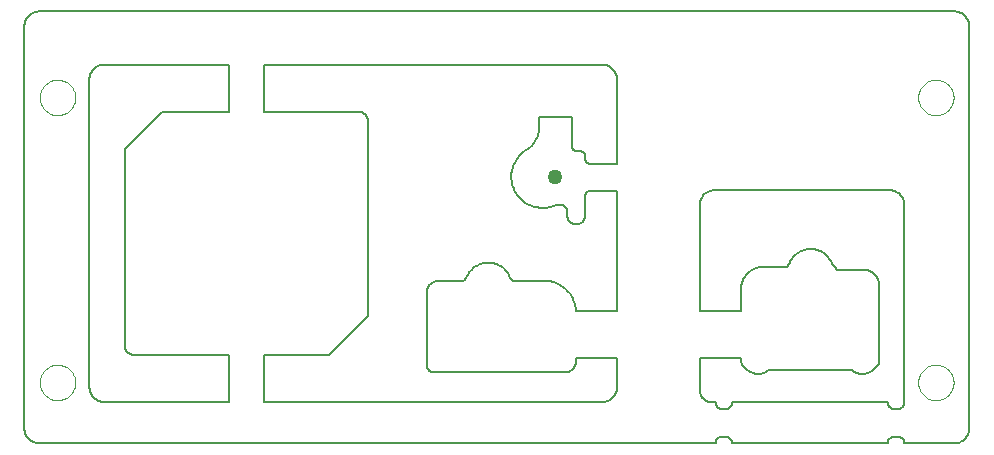
<source format=gbp>
G75*
G70*
%OFA0B0*%
%FSLAX24Y24*%
%IPPOS*%
%LPD*%
%AMOC8*
5,1,8,0,0,1.08239X$1,22.5*
%
%ADD10C,0.0050*%
%ADD11C,0.0000*%
%ADD12C,0.0500*%
D10*
X001034Y000534D02*
X023572Y000534D01*
X023572Y000562D01*
X023576Y000590D01*
X023583Y000617D01*
X023594Y000643D01*
X023608Y000667D01*
X023625Y000689D01*
X023645Y000709D01*
X023667Y000726D01*
X023691Y000740D01*
X023717Y000751D01*
X023744Y000758D01*
X023772Y000762D01*
X023922Y000762D01*
X023950Y000758D01*
X023977Y000751D01*
X024003Y000740D01*
X024027Y000726D01*
X024049Y000709D01*
X024069Y000689D01*
X024086Y000667D01*
X024100Y000643D01*
X024111Y000617D01*
X024118Y000590D01*
X024122Y000562D01*
X024122Y000534D01*
X029309Y000534D01*
X029309Y000562D01*
X029313Y000590D01*
X029320Y000617D01*
X029331Y000643D01*
X029345Y000667D01*
X029362Y000689D01*
X029382Y000709D01*
X029404Y000726D01*
X029428Y000740D01*
X029454Y000751D01*
X029481Y000758D01*
X029509Y000762D01*
X029659Y000762D01*
X029688Y000758D01*
X029715Y000751D01*
X029741Y000741D01*
X029766Y000727D01*
X029789Y000710D01*
X029809Y000690D01*
X029827Y000668D01*
X029841Y000643D01*
X029853Y000617D01*
X029860Y000590D01*
X029864Y000562D01*
X029865Y000534D01*
X029864Y000534D02*
X031519Y000534D01*
X031518Y000533D02*
X031563Y000534D01*
X031606Y000540D01*
X031650Y000549D01*
X031692Y000562D01*
X031733Y000578D01*
X031772Y000598D01*
X031810Y000621D01*
X031845Y000648D01*
X031878Y000677D01*
X031908Y000710D01*
X031935Y000744D01*
X031959Y000781D01*
X031980Y000820D01*
X031998Y000861D01*
X032011Y000903D01*
X032021Y000946D01*
X032028Y000989D01*
X032030Y001033D01*
X032030Y001034D02*
X032030Y014435D01*
X032027Y014478D01*
X032021Y014522D01*
X032011Y014565D01*
X031997Y014607D01*
X031980Y014647D01*
X031959Y014686D01*
X031935Y014723D01*
X031908Y014758D01*
X031877Y014790D01*
X031845Y014819D01*
X031809Y014845D01*
X031772Y014869D01*
X031733Y014888D01*
X031692Y014905D01*
X031649Y014917D01*
X031606Y014926D01*
X031563Y014932D01*
X031518Y014933D01*
X031519Y014933D02*
X001034Y014933D01*
X000990Y014931D01*
X000947Y014926D01*
X000905Y014916D01*
X000863Y014903D01*
X000823Y014887D01*
X000784Y014867D01*
X000748Y014843D01*
X000713Y014817D01*
X000681Y014788D01*
X000651Y014756D01*
X000625Y014721D01*
X000601Y014684D01*
X000581Y014646D01*
X000564Y014606D01*
X000551Y014564D01*
X000542Y014522D01*
X000536Y014478D01*
X000534Y014435D01*
X000534Y001034D01*
X000536Y000990D01*
X000542Y000947D01*
X000551Y000905D01*
X000564Y000863D01*
X000581Y000823D01*
X000601Y000784D01*
X000624Y000747D01*
X000651Y000713D01*
X000680Y000680D01*
X000713Y000651D01*
X000747Y000624D01*
X000784Y000601D01*
X000823Y000581D01*
X000863Y000564D01*
X000905Y000551D01*
X000947Y000542D01*
X000990Y000536D01*
X001034Y000534D01*
X003249Y001912D02*
X007340Y001912D01*
X007340Y003486D01*
X004184Y003486D01*
X004150Y003488D01*
X004117Y003493D01*
X004084Y003502D01*
X004053Y003515D01*
X004023Y003531D01*
X003995Y003551D01*
X003970Y003573D01*
X003947Y003598D01*
X003927Y003626D01*
X003911Y003655D01*
X003898Y003687D01*
X003888Y003719D01*
X003882Y003752D01*
X003880Y003786D01*
X003880Y010336D01*
X005130Y011586D01*
X007340Y011586D01*
X007340Y013161D01*
X003175Y013161D01*
X003130Y013155D01*
X003086Y013146D01*
X003043Y013134D01*
X003002Y013117D01*
X002962Y013097D01*
X002923Y013073D01*
X002887Y013047D01*
X002854Y013017D01*
X002823Y012984D01*
X002795Y012949D01*
X002771Y012912D01*
X002749Y012872D01*
X002732Y012831D01*
X002718Y012788D01*
X002707Y012745D01*
X002701Y012700D01*
X002698Y012656D01*
X002699Y012611D01*
X002699Y002387D01*
X002704Y002345D01*
X002712Y002303D01*
X002724Y002262D01*
X002739Y002222D01*
X002757Y002184D01*
X002779Y002147D01*
X002803Y002112D01*
X002830Y002080D01*
X002860Y002049D01*
X002892Y002022D01*
X002926Y001997D01*
X002963Y001974D01*
X003001Y001955D01*
X003040Y001940D01*
X003081Y001927D01*
X003122Y001918D01*
X003164Y001912D01*
X003207Y001910D01*
X003249Y001911D01*
X008521Y001912D02*
X008521Y003486D01*
X010680Y003486D01*
X011980Y004786D01*
X011980Y011286D01*
X011978Y011320D01*
X011972Y011353D01*
X011963Y011385D01*
X011950Y011416D01*
X011934Y011446D01*
X011915Y011473D01*
X011892Y011498D01*
X011867Y011521D01*
X011840Y011540D01*
X011810Y011556D01*
X011779Y011569D01*
X011747Y011578D01*
X011714Y011584D01*
X011680Y011586D01*
X008521Y011586D01*
X008521Y013161D01*
X019741Y013161D01*
X020291Y012686D02*
X020291Y009857D01*
X019373Y009857D01*
X019350Y009861D01*
X019328Y009868D01*
X019307Y009878D01*
X019288Y009891D01*
X019271Y009907D01*
X019257Y009925D01*
X019245Y009945D01*
X019236Y009966D01*
X019230Y009988D01*
X019227Y010011D01*
X019228Y010034D01*
X019228Y010097D01*
X019228Y010120D01*
X019224Y010143D01*
X019218Y010165D01*
X019208Y010186D01*
X019196Y010205D01*
X019181Y010222D01*
X019163Y010237D01*
X019144Y010250D01*
X019123Y010259D01*
X019101Y010265D01*
X019078Y010269D01*
X018938Y010269D01*
X018938Y010270D02*
X018915Y010273D01*
X018893Y010280D01*
X018872Y010290D01*
X018852Y010303D01*
X018835Y010319D01*
X018819Y010336D01*
X018807Y010356D01*
X018798Y010378D01*
X018791Y010400D01*
X018788Y010423D01*
X018789Y010447D01*
X018788Y010447D02*
X018788Y011397D01*
X017688Y011397D01*
X017688Y010897D01*
X017688Y010896D02*
X017670Y010836D01*
X017648Y010777D01*
X017622Y010720D01*
X017593Y010664D01*
X017561Y010611D01*
X017525Y010559D01*
X017487Y010509D01*
X017446Y010462D01*
X017401Y010417D01*
X017355Y010376D01*
X017305Y010337D01*
X017254Y010301D01*
X017200Y010268D01*
X017200Y010269D02*
X017150Y010231D01*
X017102Y010190D01*
X017057Y010146D01*
X017015Y010100D01*
X016975Y010051D01*
X016939Y009999D01*
X016906Y009946D01*
X016876Y009891D01*
X016849Y009834D01*
X016826Y009775D01*
X016807Y009715D01*
X016791Y009654D01*
X016779Y009593D01*
X016770Y009530D01*
X016766Y009467D01*
X016765Y009405D01*
X016768Y009342D01*
X016775Y009279D01*
X016786Y009217D01*
X016800Y009156D01*
X016818Y009096D01*
X016840Y009037D01*
X016865Y008979D01*
X016894Y008923D01*
X016926Y008869D01*
X016961Y008817D01*
X016999Y008767D01*
X017040Y008719D01*
X017085Y008674D01*
X017131Y008632D01*
X017180Y008593D01*
X017232Y008557D01*
X017285Y008524D01*
X017341Y008494D01*
X017398Y008468D01*
X017456Y008445D01*
X017516Y008426D01*
X017577Y008410D01*
X017639Y008398D01*
X017701Y008390D01*
X017764Y008386D01*
X017827Y008385D01*
X017890Y008389D01*
X017952Y008396D01*
X018014Y008407D01*
X018076Y008421D01*
X018136Y008439D01*
X018195Y008461D01*
X018252Y008487D01*
X018253Y008486D02*
X018473Y008486D01*
X018623Y008336D01*
X018623Y008137D01*
X018622Y008137D02*
X018624Y008103D01*
X018630Y008070D01*
X018639Y008037D01*
X018652Y008006D01*
X018668Y007976D01*
X018688Y007948D01*
X018711Y007923D01*
X018736Y007900D01*
X018764Y007880D01*
X018794Y007864D01*
X018825Y007851D01*
X018858Y007842D01*
X018891Y007836D01*
X018925Y007834D01*
X018959Y007836D01*
X018992Y007842D01*
X019025Y007851D01*
X019056Y007864D01*
X019086Y007880D01*
X019114Y007900D01*
X019139Y007923D01*
X019162Y007948D01*
X019182Y007976D01*
X019198Y008006D01*
X019211Y008037D01*
X019220Y008070D01*
X019226Y008103D01*
X019228Y008137D01*
X019228Y008808D01*
X019231Y008831D01*
X019238Y008853D01*
X019248Y008874D01*
X019261Y008894D01*
X019276Y008911D01*
X019294Y008926D01*
X019314Y008938D01*
X019335Y008948D01*
X019358Y008954D01*
X019381Y008957D01*
X019404Y008956D01*
X019404Y008957D02*
X020291Y008957D01*
X020291Y004942D01*
X018913Y004942D01*
X018913Y004998D01*
X018905Y005061D01*
X018893Y005124D01*
X018877Y005187D01*
X018858Y005248D01*
X018835Y005308D01*
X018808Y005366D01*
X018778Y005423D01*
X018744Y005478D01*
X018707Y005531D01*
X018667Y005581D01*
X018624Y005629D01*
X018579Y005674D01*
X018530Y005716D01*
X018480Y005756D01*
X018426Y005792D01*
X018371Y005825D01*
X018314Y005854D01*
X018255Y005880D01*
X018195Y005903D01*
X018134Y005922D01*
X018071Y005937D01*
X018008Y005948D01*
X017944Y005955D01*
X017880Y005959D01*
X017816Y005958D01*
X017751Y005954D01*
X017751Y005955D02*
X016819Y005955D01*
X016795Y005970D01*
X016772Y005988D01*
X016752Y006008D01*
X016734Y006031D01*
X016719Y006055D01*
X016699Y006105D01*
X016676Y006153D01*
X016649Y006200D01*
X016619Y006245D01*
X016585Y006287D01*
X016549Y006327D01*
X016511Y006365D01*
X016469Y006399D01*
X016426Y006431D01*
X016380Y006460D01*
X016332Y006485D01*
X016283Y006507D01*
X016233Y006525D01*
X016181Y006540D01*
X016128Y006551D01*
X016075Y006559D01*
X016021Y006563D01*
X015967Y006563D01*
X015913Y006559D01*
X015860Y006551D01*
X015807Y006540D01*
X015755Y006525D01*
X015705Y006507D01*
X015656Y006485D01*
X015608Y006460D01*
X015562Y006431D01*
X015519Y006399D01*
X015477Y006365D01*
X015439Y006327D01*
X015403Y006287D01*
X015369Y006245D01*
X015339Y006200D01*
X015312Y006153D01*
X015289Y006105D01*
X015269Y006055D01*
X015169Y005955D02*
X014319Y005955D01*
X014319Y005954D02*
X014281Y005950D01*
X014244Y005943D01*
X014208Y005933D01*
X014173Y005919D01*
X014139Y005901D01*
X014108Y005881D01*
X014078Y005857D01*
X014051Y005830D01*
X014027Y005802D01*
X014006Y005770D01*
X013988Y005737D01*
X013973Y005702D01*
X013962Y005666D01*
X013954Y005629D01*
X013950Y005592D01*
X013949Y005554D01*
X013949Y005555D02*
X013949Y003149D01*
X013951Y003119D01*
X013956Y003089D01*
X013965Y003060D01*
X013978Y003033D01*
X013993Y003007D01*
X014012Y002983D01*
X014033Y002962D01*
X014057Y002943D01*
X014083Y002928D01*
X014110Y002915D01*
X014139Y002906D01*
X014169Y002901D01*
X014199Y002899D01*
X018559Y002899D01*
X018913Y003247D02*
X018913Y003367D01*
X020291Y003367D01*
X020291Y002462D01*
X020291Y002461D02*
X020292Y002419D01*
X020290Y002376D01*
X020284Y002334D01*
X020275Y002293D01*
X020262Y002252D01*
X020247Y002213D01*
X020228Y002175D01*
X020205Y002138D01*
X020180Y002104D01*
X020153Y002072D01*
X020122Y002042D01*
X020090Y002015D01*
X020055Y001991D01*
X020018Y001969D01*
X019980Y001951D01*
X019940Y001936D01*
X019899Y001924D01*
X019857Y001916D01*
X019815Y001911D01*
X019815Y001912D02*
X008521Y001912D01*
X015168Y005955D02*
X015192Y005970D01*
X015215Y005988D01*
X015235Y006008D01*
X015253Y006031D01*
X015268Y006055D01*
X018559Y002899D02*
X018596Y002901D01*
X018632Y002906D01*
X018668Y002915D01*
X018702Y002928D01*
X018735Y002945D01*
X018766Y002964D01*
X018795Y002987D01*
X018821Y003013D01*
X018844Y003041D01*
X018865Y003072D01*
X018882Y003105D01*
X018895Y003139D01*
X018905Y003174D01*
X018911Y003211D01*
X018913Y003247D01*
X023047Y003367D02*
X023047Y002275D01*
X023046Y002275D02*
X023051Y002237D01*
X023060Y002199D01*
X023072Y002162D01*
X023088Y002127D01*
X023107Y002093D01*
X023130Y002061D01*
X023155Y002032D01*
X023184Y002005D01*
X023214Y001981D01*
X023247Y001961D01*
X023282Y001943D01*
X023318Y001929D01*
X023356Y001919D01*
X023394Y001913D01*
X023433Y001910D01*
X023472Y001911D01*
X023472Y001912D02*
X023572Y001912D01*
X023572Y001884D01*
X023576Y001856D01*
X023583Y001829D01*
X023594Y001803D01*
X023608Y001779D01*
X023625Y001757D01*
X023645Y001737D01*
X023667Y001720D01*
X023691Y001706D01*
X023717Y001695D01*
X023744Y001688D01*
X023772Y001684D01*
X023922Y001684D01*
X023950Y001688D01*
X023977Y001695D01*
X024003Y001706D01*
X024027Y001720D01*
X024049Y001737D01*
X024069Y001757D01*
X024086Y001779D01*
X024100Y001803D01*
X024111Y001829D01*
X024118Y001856D01*
X024122Y001884D01*
X024122Y001912D01*
X029309Y001912D01*
X029309Y001884D01*
X029313Y001856D01*
X029320Y001829D01*
X029331Y001803D01*
X029345Y001779D01*
X029362Y001757D01*
X029382Y001737D01*
X029404Y001720D01*
X029428Y001706D01*
X029454Y001695D01*
X029481Y001688D01*
X029509Y001684D01*
X029659Y001684D01*
X029659Y001683D02*
X029688Y001687D01*
X029715Y001694D01*
X029741Y001704D01*
X029766Y001718D01*
X029789Y001735D01*
X029809Y001755D01*
X029827Y001777D01*
X029841Y001802D01*
X029853Y001828D01*
X029860Y001855D01*
X029864Y001883D01*
X029865Y001911D01*
X029864Y001912D02*
X029864Y008502D01*
X029865Y008502D02*
X029860Y008544D01*
X029852Y008586D01*
X029840Y008627D01*
X029825Y008667D01*
X029807Y008705D01*
X029785Y008742D01*
X029761Y008777D01*
X029734Y008809D01*
X029704Y008840D01*
X029672Y008867D01*
X029638Y008892D01*
X029601Y008915D01*
X029563Y008934D01*
X029524Y008949D01*
X029483Y008962D01*
X029442Y008971D01*
X029400Y008977D01*
X029357Y008979D01*
X029315Y008978D01*
X029314Y008977D02*
X023522Y008977D01*
X023522Y008978D02*
X023477Y008972D01*
X023433Y008963D01*
X023390Y008951D01*
X023349Y008934D01*
X023309Y008914D01*
X023270Y008890D01*
X023234Y008864D01*
X023201Y008834D01*
X023170Y008801D01*
X023142Y008766D01*
X023118Y008729D01*
X023096Y008689D01*
X023079Y008648D01*
X023065Y008605D01*
X023054Y008562D01*
X023048Y008517D01*
X023045Y008473D01*
X023046Y008428D01*
X023047Y008427D02*
X023047Y004942D01*
X024425Y004942D01*
X024425Y005745D01*
X024431Y005797D01*
X024441Y005849D01*
X024454Y005900D01*
X024471Y005950D01*
X024492Y005998D01*
X024516Y006045D01*
X024544Y006090D01*
X024575Y006132D01*
X024609Y006173D01*
X024646Y006210D01*
X024685Y006245D01*
X024727Y006277D01*
X024771Y006306D01*
X024817Y006331D01*
X024865Y006353D01*
X024915Y006372D01*
X024965Y006386D01*
X025017Y006397D01*
X025069Y006404D01*
X025069Y006405D02*
X025919Y006405D01*
X025942Y006420D01*
X025965Y006438D01*
X025985Y006458D01*
X026003Y006481D01*
X026018Y006505D01*
X026019Y006505D02*
X026039Y006555D01*
X026062Y006603D01*
X026089Y006650D01*
X026119Y006695D01*
X026153Y006737D01*
X026189Y006777D01*
X026227Y006815D01*
X026269Y006849D01*
X026312Y006881D01*
X026358Y006910D01*
X026406Y006935D01*
X026455Y006957D01*
X026505Y006975D01*
X026557Y006990D01*
X026610Y007001D01*
X026663Y007009D01*
X026717Y007013D01*
X026771Y007013D01*
X026825Y007009D01*
X026878Y007001D01*
X026931Y006990D01*
X026983Y006975D01*
X027033Y006957D01*
X027082Y006935D01*
X027130Y006910D01*
X027176Y006881D01*
X027219Y006849D01*
X027261Y006815D01*
X027299Y006777D01*
X027335Y006737D01*
X027369Y006695D01*
X027399Y006650D01*
X027426Y006603D01*
X027449Y006555D01*
X027469Y006505D01*
X027491Y006470D01*
X027515Y006438D01*
X027542Y006407D01*
X027571Y006378D01*
X027602Y006351D01*
X027634Y006327D01*
X027669Y006305D01*
X028601Y006305D01*
X028601Y006304D02*
X028643Y006297D01*
X028684Y006286D01*
X028724Y006272D01*
X028762Y006254D01*
X028799Y006233D01*
X028834Y006208D01*
X028866Y006181D01*
X028896Y006151D01*
X028924Y006119D01*
X028948Y006084D01*
X028969Y006048D01*
X028988Y006009D01*
X029002Y005969D01*
X029013Y005928D01*
X029021Y005887D01*
X029024Y005845D01*
X029025Y005845D02*
X029025Y003231D01*
X029024Y003231D02*
X029004Y003187D01*
X028980Y003145D01*
X028953Y003105D01*
X028923Y003067D01*
X028890Y003032D01*
X028854Y002999D01*
X028816Y002969D01*
X028776Y002942D01*
X028733Y002919D01*
X028689Y002899D01*
X028644Y002882D01*
X028597Y002869D01*
X028550Y002860D01*
X028502Y002855D01*
X028453Y002853D01*
X028405Y002855D01*
X028357Y002861D01*
X028310Y002871D01*
X028263Y002884D01*
X028218Y002901D01*
X028121Y002995D02*
X025331Y002995D01*
X025330Y002995D02*
X025316Y002971D01*
X025299Y002949D01*
X025278Y002930D01*
X025255Y002914D01*
X025231Y002901D01*
X024425Y003231D02*
X024425Y003367D01*
X023047Y003367D01*
X024425Y003231D02*
X024445Y003187D01*
X024469Y003145D01*
X024496Y003105D01*
X024526Y003067D01*
X024559Y003032D01*
X024595Y002999D01*
X024633Y002969D01*
X024673Y002942D01*
X024716Y002919D01*
X024760Y002899D01*
X024805Y002882D01*
X024852Y002869D01*
X024899Y002860D01*
X024947Y002855D01*
X024996Y002853D01*
X025044Y002855D01*
X025092Y002861D01*
X025139Y002871D01*
X025186Y002884D01*
X025231Y002901D01*
X028121Y002995D02*
X028135Y002971D01*
X028152Y002949D01*
X028171Y002930D01*
X028194Y002914D01*
X028218Y002901D01*
X020291Y012685D02*
X020286Y012727D01*
X020278Y012769D01*
X020266Y012810D01*
X020251Y012850D01*
X020233Y012888D01*
X020211Y012925D01*
X020187Y012960D01*
X020160Y012992D01*
X020130Y013023D01*
X020098Y013050D01*
X020064Y013075D01*
X020027Y013098D01*
X019989Y013117D01*
X019950Y013132D01*
X019909Y013145D01*
X019868Y013154D01*
X019826Y013160D01*
X019783Y013162D01*
X019741Y013161D01*
D11*
X030325Y012065D02*
X030327Y012113D01*
X030333Y012161D01*
X030343Y012208D01*
X030356Y012254D01*
X030374Y012299D01*
X030394Y012343D01*
X030419Y012385D01*
X030447Y012424D01*
X030477Y012461D01*
X030511Y012495D01*
X030548Y012527D01*
X030586Y012556D01*
X030627Y012581D01*
X030670Y012603D01*
X030715Y012621D01*
X030761Y012635D01*
X030808Y012646D01*
X030856Y012653D01*
X030904Y012656D01*
X030952Y012655D01*
X031000Y012650D01*
X031048Y012641D01*
X031094Y012629D01*
X031139Y012612D01*
X031183Y012592D01*
X031225Y012569D01*
X031265Y012542D01*
X031303Y012512D01*
X031338Y012479D01*
X031370Y012443D01*
X031400Y012405D01*
X031426Y012364D01*
X031448Y012321D01*
X031468Y012277D01*
X031483Y012232D01*
X031495Y012185D01*
X031503Y012137D01*
X031507Y012089D01*
X031507Y012041D01*
X031503Y011993D01*
X031495Y011945D01*
X031483Y011898D01*
X031468Y011853D01*
X031448Y011809D01*
X031426Y011766D01*
X031400Y011725D01*
X031370Y011687D01*
X031338Y011651D01*
X031303Y011618D01*
X031265Y011588D01*
X031225Y011561D01*
X031183Y011538D01*
X031139Y011518D01*
X031094Y011501D01*
X031048Y011489D01*
X031000Y011480D01*
X030952Y011475D01*
X030904Y011474D01*
X030856Y011477D01*
X030808Y011484D01*
X030761Y011495D01*
X030715Y011509D01*
X030670Y011527D01*
X030627Y011549D01*
X030586Y011574D01*
X030548Y011603D01*
X030511Y011635D01*
X030477Y011669D01*
X030447Y011706D01*
X030419Y011745D01*
X030394Y011787D01*
X030374Y011831D01*
X030356Y011876D01*
X030343Y011922D01*
X030333Y011969D01*
X030327Y012017D01*
X030325Y012065D01*
X030325Y002565D02*
X030327Y002613D01*
X030333Y002661D01*
X030343Y002708D01*
X030356Y002754D01*
X030374Y002799D01*
X030394Y002843D01*
X030419Y002885D01*
X030447Y002924D01*
X030477Y002961D01*
X030511Y002995D01*
X030548Y003027D01*
X030586Y003056D01*
X030627Y003081D01*
X030670Y003103D01*
X030715Y003121D01*
X030761Y003135D01*
X030808Y003146D01*
X030856Y003153D01*
X030904Y003156D01*
X030952Y003155D01*
X031000Y003150D01*
X031048Y003141D01*
X031094Y003129D01*
X031139Y003112D01*
X031183Y003092D01*
X031225Y003069D01*
X031265Y003042D01*
X031303Y003012D01*
X031338Y002979D01*
X031370Y002943D01*
X031400Y002905D01*
X031426Y002864D01*
X031448Y002821D01*
X031468Y002777D01*
X031483Y002732D01*
X031495Y002685D01*
X031503Y002637D01*
X031507Y002589D01*
X031507Y002541D01*
X031503Y002493D01*
X031495Y002445D01*
X031483Y002398D01*
X031468Y002353D01*
X031448Y002309D01*
X031426Y002266D01*
X031400Y002225D01*
X031370Y002187D01*
X031338Y002151D01*
X031303Y002118D01*
X031265Y002088D01*
X031225Y002061D01*
X031183Y002038D01*
X031139Y002018D01*
X031094Y002001D01*
X031048Y001989D01*
X031000Y001980D01*
X030952Y001975D01*
X030904Y001974D01*
X030856Y001977D01*
X030808Y001984D01*
X030761Y001995D01*
X030715Y002009D01*
X030670Y002027D01*
X030627Y002049D01*
X030586Y002074D01*
X030548Y002103D01*
X030511Y002135D01*
X030477Y002169D01*
X030447Y002206D01*
X030419Y002245D01*
X030394Y002287D01*
X030374Y002331D01*
X030356Y002376D01*
X030343Y002422D01*
X030333Y002469D01*
X030327Y002517D01*
X030325Y002565D01*
X001046Y002565D02*
X001048Y002613D01*
X001054Y002661D01*
X001064Y002708D01*
X001077Y002754D01*
X001095Y002799D01*
X001115Y002843D01*
X001140Y002885D01*
X001168Y002924D01*
X001198Y002961D01*
X001232Y002995D01*
X001269Y003027D01*
X001307Y003056D01*
X001348Y003081D01*
X001391Y003103D01*
X001436Y003121D01*
X001482Y003135D01*
X001529Y003146D01*
X001577Y003153D01*
X001625Y003156D01*
X001673Y003155D01*
X001721Y003150D01*
X001769Y003141D01*
X001815Y003129D01*
X001860Y003112D01*
X001904Y003092D01*
X001946Y003069D01*
X001986Y003042D01*
X002024Y003012D01*
X002059Y002979D01*
X002091Y002943D01*
X002121Y002905D01*
X002147Y002864D01*
X002169Y002821D01*
X002189Y002777D01*
X002204Y002732D01*
X002216Y002685D01*
X002224Y002637D01*
X002228Y002589D01*
X002228Y002541D01*
X002224Y002493D01*
X002216Y002445D01*
X002204Y002398D01*
X002189Y002353D01*
X002169Y002309D01*
X002147Y002266D01*
X002121Y002225D01*
X002091Y002187D01*
X002059Y002151D01*
X002024Y002118D01*
X001986Y002088D01*
X001946Y002061D01*
X001904Y002038D01*
X001860Y002018D01*
X001815Y002001D01*
X001769Y001989D01*
X001721Y001980D01*
X001673Y001975D01*
X001625Y001974D01*
X001577Y001977D01*
X001529Y001984D01*
X001482Y001995D01*
X001436Y002009D01*
X001391Y002027D01*
X001348Y002049D01*
X001307Y002074D01*
X001269Y002103D01*
X001232Y002135D01*
X001198Y002169D01*
X001168Y002206D01*
X001140Y002245D01*
X001115Y002287D01*
X001095Y002331D01*
X001077Y002376D01*
X001064Y002422D01*
X001054Y002469D01*
X001048Y002517D01*
X001046Y002565D01*
X001046Y012065D02*
X001048Y012113D01*
X001054Y012161D01*
X001064Y012208D01*
X001077Y012254D01*
X001095Y012299D01*
X001115Y012343D01*
X001140Y012385D01*
X001168Y012424D01*
X001198Y012461D01*
X001232Y012495D01*
X001269Y012527D01*
X001307Y012556D01*
X001348Y012581D01*
X001391Y012603D01*
X001436Y012621D01*
X001482Y012635D01*
X001529Y012646D01*
X001577Y012653D01*
X001625Y012656D01*
X001673Y012655D01*
X001721Y012650D01*
X001769Y012641D01*
X001815Y012629D01*
X001860Y012612D01*
X001904Y012592D01*
X001946Y012569D01*
X001986Y012542D01*
X002024Y012512D01*
X002059Y012479D01*
X002091Y012443D01*
X002121Y012405D01*
X002147Y012364D01*
X002169Y012321D01*
X002189Y012277D01*
X002204Y012232D01*
X002216Y012185D01*
X002224Y012137D01*
X002228Y012089D01*
X002228Y012041D01*
X002224Y011993D01*
X002216Y011945D01*
X002204Y011898D01*
X002189Y011853D01*
X002169Y011809D01*
X002147Y011766D01*
X002121Y011725D01*
X002091Y011687D01*
X002059Y011651D01*
X002024Y011618D01*
X001986Y011588D01*
X001946Y011561D01*
X001904Y011538D01*
X001860Y011518D01*
X001815Y011501D01*
X001769Y011489D01*
X001721Y011480D01*
X001673Y011475D01*
X001625Y011474D01*
X001577Y011477D01*
X001529Y011484D01*
X001482Y011495D01*
X001436Y011509D01*
X001391Y011527D01*
X001348Y011549D01*
X001307Y011574D01*
X001269Y011603D01*
X001232Y011635D01*
X001198Y011669D01*
X001168Y011706D01*
X001140Y011745D01*
X001115Y011787D01*
X001095Y011831D01*
X001077Y011876D01*
X001064Y011922D01*
X001054Y011969D01*
X001048Y012017D01*
X001046Y012065D01*
D12*
X018228Y009399D03*
M02*

</source>
